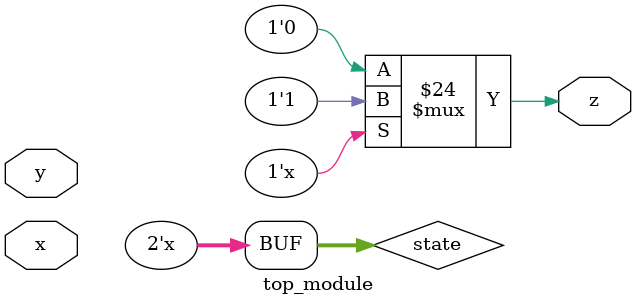
<source format=sv>
module top_module(
  input x,
  input y,
  output z);

  reg [1:0] state;
  initial state = 2'b00;

  always @(x, y)
  begin
    case(state)
      0:  if(x==1'b0 && y==1'b0)
            state = 2'b01;
          else if(x==1'b1 && y==1'b0)
            state = 2'b10;
          else
            state = 2'b00;
      1:  if(x==1'b0 && y==1'b1)
            state = 2'b10;
          else if(x==1'b1 && y==1'b1)
            state = 2'b11;
          else
            state = 2'b00;
      2:  if(x==1'b0 && y==1'b0)
            state = 2'b00;
          else if(x==1'b1 && y==1'b0)
            state = 2'b10;
          else if(x==1'b0 && y==1'b1)
            state = 2'b01;
          else
            state = 2'b00;
    endcase
  end

  assign z = (state == 2'b11) ? 1'b1 : 1'b0;

endmodule

</source>
